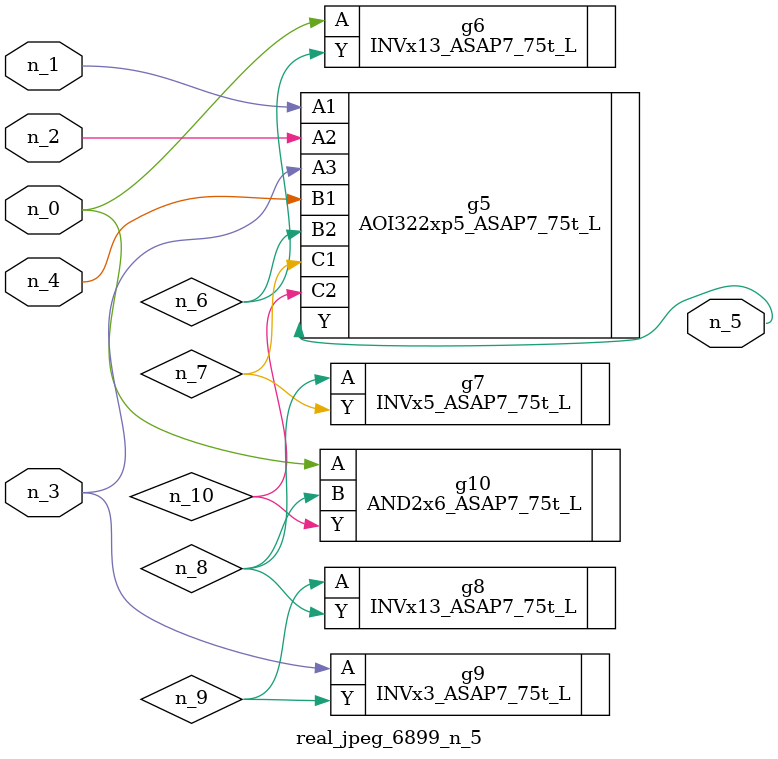
<source format=v>
module real_jpeg_6899_n_5 (n_4, n_0, n_1, n_2, n_3, n_5);

input n_4;
input n_0;
input n_1;
input n_2;
input n_3;

output n_5;

wire n_8;
wire n_6;
wire n_7;
wire n_10;
wire n_9;

INVx13_ASAP7_75t_L g6 ( 
.A(n_0),
.Y(n_6)
);

AND2x6_ASAP7_75t_L g10 ( 
.A(n_0),
.B(n_8),
.Y(n_10)
);

AOI322xp5_ASAP7_75t_L g5 ( 
.A1(n_1),
.A2(n_2),
.A3(n_3),
.B1(n_4),
.B2(n_6),
.C1(n_7),
.C2(n_10),
.Y(n_5)
);

INVx3_ASAP7_75t_L g9 ( 
.A(n_3),
.Y(n_9)
);

INVx5_ASAP7_75t_L g7 ( 
.A(n_8),
.Y(n_7)
);

INVx13_ASAP7_75t_L g8 ( 
.A(n_9),
.Y(n_8)
);


endmodule
</source>
